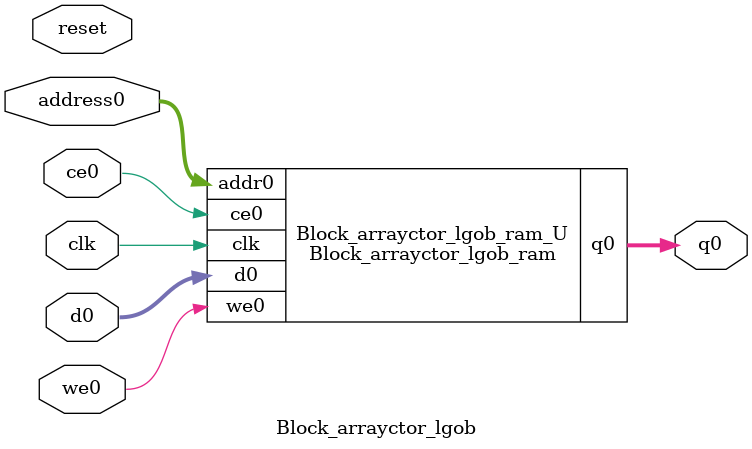
<source format=v>
`timescale 1 ns / 1 ps
module Block_arrayctor_lgob_ram (addr0, ce0, d0, we0, q0,  clk);

parameter DWIDTH = 5;
parameter AWIDTH = 5;
parameter MEM_SIZE = 22;

input[AWIDTH-1:0] addr0;
input ce0;
input[DWIDTH-1:0] d0;
input we0;
output reg[DWIDTH-1:0] q0;
input clk;

(* ram_style = "distributed" *)reg [DWIDTH-1:0] ram[0:MEM_SIZE-1];




always @(posedge clk)  
begin 
    if (ce0) begin
        if (we0) 
            ram[addr0] <= d0; 
        q0 <= ram[addr0];
    end
end


endmodule

`timescale 1 ns / 1 ps
module Block_arrayctor_lgob(
    reset,
    clk,
    address0,
    ce0,
    we0,
    d0,
    q0);

parameter DataWidth = 32'd5;
parameter AddressRange = 32'd22;
parameter AddressWidth = 32'd5;
input reset;
input clk;
input[AddressWidth - 1:0] address0;
input ce0;
input we0;
input[DataWidth - 1:0] d0;
output[DataWidth - 1:0] q0;



Block_arrayctor_lgob_ram Block_arrayctor_lgob_ram_U(
    .clk( clk ),
    .addr0( address0 ),
    .ce0( ce0 ),
    .we0( we0 ),
    .d0( d0 ),
    .q0( q0 ));

endmodule


</source>
